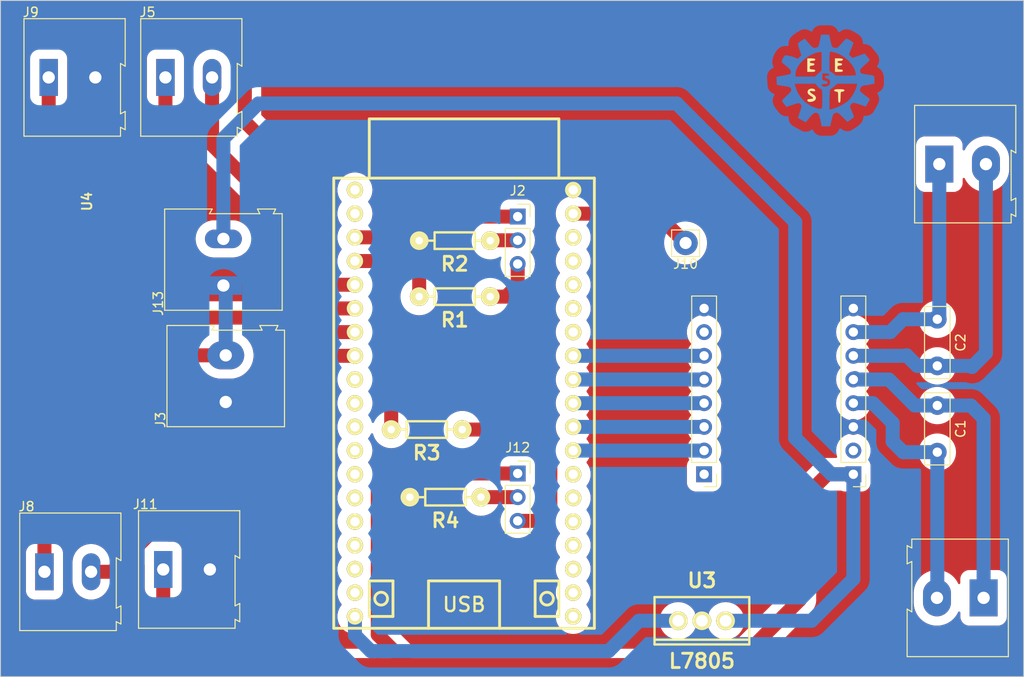
<source format=kicad_pcb>
(kicad_pcb (version 20240108) (generator "pcbnew") (generator_version "8.0")
  (layers (0 "F.Cu" signal) (31 "B.Cu" signal) (34 "B.Paste" user) (35 "F.Paste" user) (36 "B.SilkS" user "B.Silkscreen") (37 "F.SilkS" user "F.Silkscreen") (38 "B.Mask" user) (39 "F.Mask" user) (44 "Edge.Cuts" user))
  (net 0 "")
  (net 1 "GND")
  (net 2 "/5v")
  (net 3 "/MO1")
  (net 4 "/MO2")
  (net 5 "/MO3")
  (net 8 "/MO4")
  (net 23 "/MA1")
  (net 29 "/Vcc")
  (net 30 "/Servo")
  (net 31 "/MA2")
  (net 32 "/STBY")
  (net 33 "/MB1")
  (net 34 "/MB2")
  (net 40 "/OUT UL")
  (net 41 "/IN UL")
  (net 42 "/swich est")
  (net 43 "/IN inf")
  (net 44 "Net-(J2-Pin_3)")
  (net 45 "Net-(J2-Pin_2)")
  (net 46 "Net-(J12-Pin_3)")
  (net 47 "Net-(J12-Pin_2)")
  (net 48 "/OUT UL 2")
  (net 49 "/IN UL 2")
  (net 50 "/IN inf 2")
  (footprint "EESTN5:RES0.3" (layer "F.Cu") (at 148.065 79.63 180)
    (property "Reference" "R2" (at 0 -2.5 0) (layer "F.SilkS") (effects (font (size 1.5 1.5) (thickness 0.3))))
    (property "Value" "R" (hide yes))
    (pad "1" thru_hole circle (at -3.81 0 180) (size 1.99898 1.99898) (drill 0.8001) (layers "*.Cu" "*.Mask" "F.SilkS") (net 45 "Net-(J2-Pin_2)"))
    (pad "2" thru_hole circle (at 3.81 0 180) (size 1.99898 1.99898) (drill 0.8001) (layers "*.Cu" "*.Mask" "F.SilkS") (net 1 "GND"))
  )
  (footprint "TerminalBlock:TerminalBlock_Altech_AK300-2_P5.00mm" (layer "F.Cu") (at 104.535 62.13)
    (property "Reference" "J9" (at -1.92 -6.99 0) (layer "F.SilkS"))
    (property "Value" "BateriadeNotebook")
    (pad "1" thru_hole rect (at 0 0) (size 1.98 3.96) (drill 1.32) (layers "*.Cu" "*.Mask") (net 29 "/Vcc"))
    (pad "2" thru_hole oval (at 5 0) (size 1.98 3.96) (drill 1.32) (layers "*.Cu" "*.Mask") (net 1 "GND"))
  )
  (footprint "EESTN5:ESP32_DEVKITC" (layer "F.Cu") (at 149.065 97.055 -90)
    (property "Reference" "U4" (at -21.623 40.4215 90) (layer "F.SilkS") (effects (font (size 1.016 1.016) (thickness 0.2032))))
    (property "Value" "ESP32_DEVKITC" (hide yes))
    (fp_text user "USB" (at 21.59 0 0) (layer "F.SilkS") (effects (font (size 1.524 1.524) (thickness 0.254))))
    (pad "1" thru_hole circle (at -22.86 11.7 270) (size 1.75 1.75) (drill 1) (layers "*.Cu" "*.Mask" "F.SilkS"))
    (pad "2" thru_hole circle (at -20.32 11.7 270) (size 1.75 1.75) (drill 1) (layers "*.Cu" "*.Mask" "F.SilkS"))
    (pad "3" thru_hole circle (at -17.78 11.7 270) (size 1.75 1.75) (drill 1) (layers "*.Cu" "*.Mask" "F.SilkS") (net 43 "/IN inf"))
    (pad "4" thru_hole circle (at -15.24 11.7 270) (size 1.75 1.75) (drill 1) (layers "*.Cu" "*.Mask" "F.SilkS") (net 50 "/IN inf 2"))
    (pad "5" thru_hole circle (at -12.7 11.7 270) (size 1.75 1.75) (drill 1) (layers "*.Cu" "*.Mask" "F.SilkS") (net 41 "/IN UL"))
    (pad "6" thru_hole circle (at -10.16 11.7 270) (size 1.75 1.75) (drill 1) (layers "*.Cu" "*.Mask" "F.SilkS") (net 49 "/IN UL 2"))
    (pad "7" thru_hole circle (at -7.62 11.7 270) (size 1.75 1.75) (drill 1) (layers "*.Cu" "*.Mask" "F.SilkS") (net 40 "/OUT UL"))
    (pad "8" thru_hole circle (at -5.08 11.7 270) (size 1.75 1.75) (drill 1) (layers "*.Cu" "*.Mask" "F.SilkS") (net 48 "/OUT UL 2"))
    (pad "9" thru_hole circle (at -2.54 11.7 270) (size 1.75 1.75) (drill 1) (layers "*.Cu" "*.Mask" "F.SilkS"))
    (pad "10" thru_hole circle (at 0 11.7 270) (size 1.75 1.75) (drill 1) (layers "*.Cu" "*.Mask" "F.SilkS"))
    (pad "11" thru_hole circle (at 2.54 11.7 270) (size 1.75 1.75) (drill 1) (layers "*.Cu" "*.Mask" "F.SilkS"))
    (pad "12" thru_hole circle (at 5.08 11.7 270) (size 1.75 1.75) (drill 1) (layers "*.Cu" "*.Mask" "F.SilkS"))
    (pad "13" thru_hole circle (at 7.62 11.7 270) (size 1.75 1.75) (drill 1) (layers "*.Cu" "*.Mask" "F.SilkS"))
    (pad "14" thru_hole circle (at 10.16 11.7 270) (size 1.75 1.75) (drill 1) (layers "*.Cu" "*.Mask" "F.SilkS"))
    (pad "15" thru_hole circle (at 12.7 11.7 270) (size 1.75 1.75) (drill 1) (layers "*.Cu" "*.Mask" "F.SilkS"))
    (pad "16" thru_hole circle (at 15.24 11.7 270) (size 1.75 1.75) (drill 1) (layers "*.Cu" "*.Mask" "F.SilkS"))
    (pad "17" thru_hole circle (at 17.78 11.7 270) (size 1.75 1.75) (drill 1) (layers "*.Cu" "*.Mask" "F.SilkS"))
    (pad "18" thru_hole circle (at 20.32 11.7 270) (size 1.75 1.75) (drill 1) (layers "*.Cu" "*.Mask" "F.SilkS"))
    (pad "19" thru_hole circle (at 22.86 11.7 270) (size 1.75 1.75) (drill 1) (layers "*.Cu" "*.Mask" "F.SilkS") (net 2 "/5v"))
    (pad "20" thru_hole circle (at 22.86 -11.7 90) (size 1.75 1.75) (drill 1) (layers "*.Cu" "*.Mask" "F.SilkS"))
    (pad "21" thru_hole circle (at 20.32 -11.7 90) (size 1.75 1.75) (drill 1) (layers "*.Cu" "*.Mask" "F.SilkS"))
    (pad "22" thru_hole circle (at 17.78 -11.7 90) (size 1.75 1.75) (drill 1) (layers "*.Cu" "*.Mask" "F.SilkS"))
    (pad "23" thru_hole circle (at 15.24 -11.7 90) (size 1.75 1.75) (drill 1) (layers "*.Cu" "*.Mask" "F.SilkS"))
    (pad "24" thru_hole circle (at 12.7 -11.7 90) (size 1.75 1.75) (drill 1) (layers "*.Cu" "*.Mask" "F.SilkS"))
    (pad "25" thru_hole circle (at 10.16 -11.7 90) (size 1.75 1.75) (drill 1) (layers "*.Cu" "*.Mask" "F.SilkS"))
    (pad "26" thru_hole circle (at 7.62 -11.7 90) (size 1.75 1.75) (drill 1) (layers "*.Cu" "*.Mask" "F.SilkS"))
    (pad "27" thru_hole circle (at 5.08 -11.7 90) (size 1.75 1.75) (drill 1) (layers "*.Cu" "*.Mask" "F.SilkS") (net 31 "/MA2"))
    (pad "28" thru_hole circle (at 2.54 -11.7 90) (size 1.75 1.75) (drill 1) (layers "*.Cu" "*.Mask" "F.SilkS") (net 23 "/MA1"))
    (pad "29" thru_hole circle (at 0 -11.7 90) (size 1.75 1.75) (drill 1) (layers "*.Cu" "*.Mask" "F.SilkS") (net 32 "/STBY"))
    (pad "30" thru_hole circle (at -2.54 -11.7 90) (size 1.75 1.75) (drill 1) (layers "*.Cu" "*.Mask" "F.SilkS") (net 33 "/MB1"))
    (pad "31" thru_hole circle (at -5.08 -11.7 90) (size 1.75 1.75) (drill 1) (layers "*.Cu" "*.Mask" "F.SilkS") (net 34 "/MB2"))
    (pad "32" thru_hole circle (at -7.62 -11.7 90) (size 1.75 1.75) (drill 1) (layers "*.Cu" "*.Mask" "F.SilkS"))
    (pad "33" thru_hole circle (at -10.16 -11.7 90) (size 1.75 1.75) (drill 1) (layers "*.Cu" "*.Mask" "F.SilkS") (net 30 "/Servo"))
    (pad "34" thru_hole circle (at -12.7 -11.7 90) (size 1.75 1.75) (drill 1) (layers "*.Cu" "*.Mask" "F.SilkS"))
    (pad "35" thru_hole circle (at -15.24 -11.7 90) (size 1.75 1.75) (drill 1) (layers "*.Cu" "*.Mask" "F.SilkS"))
    (pad "36" thru_hole circle (at -17.78 -11.7 90) (size 1.75 1.75) (drill 1) (layers "*.Cu" "*.Mask" "F.SilkS"))
    (pad "37" thru_hole circle (at -20.32 -11.7 90) (size 1.75 1.75) (drill 1) (layers "*.Cu" "*.Mask" "F.SilkS") (net 42 "/swich est"))
    (pad "38" thru_hole circle (at -22.86 -11.7 90) (size 1.75 1.75) (drill 1) (layers "*.Cu" "*.Mask" "F.SilkS") (net 1 "GND"))
  )
  (footprint "TerminalBlock:TerminalBlock_Altech_AK300-2_P5.00mm" (layer "F.Cu") (at 104.08 115.13)
    (property "Reference" "J8" (at -1.92 -6.99 0) (layer "F.SilkS"))
    (property "Value" "BateriadeNotebook")
    (pad "1" thru_hole rect (at 0 0) (size 1.98 3.96) (drill 1.32) (layers "*.Cu" "*.Mask") (net 41 "/IN UL"))
    (pad "2" thru_hole oval (at 5 0) (size 1.98 3.96) (drill 1.32) (layers "*.Cu" "*.Mask") (net 48 "/OUT UL 2"))
  )
  (footprint "EESTN5:TO-220" (layer "F.Cu") (at 174.565 120.38 180)
    (property "Reference" "U3" (at 0 4.318 0) (layer "F.SilkS") (effects (font (size 1.524 1.524) (thickness 0.3048))))
    (property "Value" "L7805" (at 0 -4.318 0) (layer "F.SilkS") (effects (font (size 1.524 1.524) (thickness 0.3048))))
    (pad "1" thru_hole circle (at -2.54 0 180) (size 2 2) (drill 1.24968) (layers "*.Cu" "*.Mask" "F.SilkS") (net 29 "/Vcc"))
    (pad "2" thru_hole circle (at 0 0 180) (size 2 2) (drill 1.24968) (layers "*.Cu" "*.Mask" "F.SilkS") (net 1 "GND"))
    (pad "3" thru_hole circle (at 2.54 0 180) (size 2 2) (drill 1.24968) (layers "*.Cu" "*.Mask" "F.SilkS") (net 2 "/5v"))
  )
  (footprint "TerminalBlock:TerminalBlock_Altech_AK300-2_P5.00mm" (layer "F.Cu") (at 116.815 114.88)
    (property "Reference" "J11" (at -1.92 -6.99 0) (layer "F.SilkS"))
    (property "Value" "BateriadeNotebook")
    (pad "1" thru_hole rect (at 0 0) (size 1.98 3.96) (drill 1.32) (layers "*.Cu" "*.Mask") (net 29 "/Vcc"))
    (pad "2" thru_hole oval (at 5 0) (size 1.98 3.96) (drill 1.32) (layers "*.Cu" "*.Mask") (net 1 "GND"))
  )
  (footprint "Connector_PinSocket_2.54mm:PinSocket_1x03_P2.54mm_Vertical" (layer "F.Cu") (at 154.815 77.05)
    (property "Reference" "J2" (at 0 -2.77 0) (layer "F.SilkS"))
    (property "Value" "Screw_Terminal_01x03")
    (pad "1" thru_hole rect (at 0 0) (size 1.7 1.7) (drill 1) (layers "*.Cu" "*.Mask") (net 29 "/Vcc"))
    (pad "2" thru_hole oval (at 0 2.54) (size 1.7 1.7) (drill 1) (layers "*.Cu" "*.Mask") (net 45 "Net-(J2-Pin_2)"))
    (pad "3" thru_hole oval (at 0 5.08) (size 1.7 1.7) (drill 1) (layers "*.Cu" "*.Mask") (net 44 "Net-(J2-Pin_3)"))
  )
  (footprint "TerminalBlock:TerminalBlock_Altech_AK300-2_P5.00mm" (layer "F.Cu") (at 204.765 117.925 180)
    (property "Reference" "J4" (hide yes))
    (property "Value" "Motor2")
    (pad "1" thru_hole rect (at 0 0 180) (size 3 3.96) (drill 1.32) (layers "*.Cu" "*.Mask") (net 4 "/MO2"))
    (pad "2" thru_hole oval (at 5 0 180) (size 3 3.96) (drill 1.32) (layers "*.Cu" "*.Mask") (net 3 "/MO1"))
  )
  (footprint "EESTN5:RES0.3" (layer "F.Cu") (at 145.065 99.88 180)
    (property "Reference" "R3" (at 0 -2.5 0) (layer "F.SilkS") (effects (font (size 1.5 1.5) (thickness 0.3))))
    (property "Value" "R" (hide yes))
    (pad "1" thru_hole circle (at -3.81 0 180) (size 1.99898 1.99898) (drill 0.8001) (layers "*.Cu" "*.Mask" "F.SilkS") (net 46 "Net-(J12-Pin_3)"))
    (pad "2" thru_hole circle (at 3.81 0 180) (size 1.99898 1.99898) (drill 0.8001) (layers "*.Cu" "*.Mask" "F.SilkS") (net 50 "/IN inf 2"))
  )
  (footprint "EESTN5:RES0.3" (layer "F.Cu") (at 147.065 107.13 180)
    (property "Reference" "R4" (at 0 -2.5 0) (layer "F.SilkS") (effects (font (size 1.5 1.5) (thickness 0.3))))
    (property "Value" "R" (hide yes))
    (pad "1" thru_hole circle (at -3.81 0 180) (size 1.99898 1.99898) (drill 0.8001) (layers "*.Cu" "*.Mask" "F.SilkS") (net 47 "Net-(J12-Pin_2)"))
    (pad "2" thru_hole circle (at 3.81 0 180) (size 1.99898 1.99898) (drill 0.8001) (layers "*.Cu" "*.Mask" "F.SilkS") (net 1 "GND"))
  )
  (footprint "Connector_Pin:Pin_D1.3mm_L11.3mm_W2.8mm_Flat" (layer "F.Cu") (at 172.815 79.88)
    (property "Reference" "J10" (at 0 2.25 0) (layer "F.SilkS"))
    (property "Value" "Screw_Terminal_01x01")
    (pad "1" thru_hole circle (at 0 0) (size 2.6 2.6) (drill 1.3) (layers "*.Cu" "*.Mask") (net 42 "/swich est"))
  )
  (footprint "EESTN5:LOGO_EESTN5" (layer "F.Cu") (at 187.815 62.38)
    (property "Reference" "G***" (hide yes))
    (property "Value" "LOGO" (hide yes))
    (fp_poly (pts (xy 0.539361 -4.151857) (xy 0.613933 -3.818777) (xy 0.675789 -3.615221) (xy 0.746422 -3.504868) (xy 0.847324 -3.4514) (xy 0.970023 -3.424098) (xy 1.145299 -3.406255) (xy 1.284159 -3.449773) (xy 1.439308 -3.581438) (xy 1.580409 -3.734317) (xy 1.859395 -4.043435) (xy 2.049383 -4.243541) (xy 2.171009 -4.354672) (xy 2.244906 -4.39687) (xy 2.264833 -4.398995) (xy 2.375118 -4.357122) (xy 2.561062 -4.260084) (xy 2.76462 -4.141534) (xy 2.927749 -4.035128) (xy 2.992105 -3.977308) (xy 2.969059 -3.88328) (xy 2.895782 -3.673804) (xy 2.786828 -3.389883) (xy 2.757835 -3.317324) (xy 2.510004 -2.7017) (xy 2.695716 -2.515988) (xy 2.881428 -2.330275) (xy 3.536214 -2.56659) (xy 4.191 -2.802904) (xy 4.464907 -2.480952) (xy 4.622881 -2.286636) (xy 4.722472 -2.147555) (xy 4.740073 -2.110536) (xy 4.681507 -2.036295) (xy 4.524234 -1.880191) (xy 4.297747 -1.670992) (xy 4.201938 -1.585565) (xy 3.931215 -1.336576) (xy 3.772658 -1.159728) (xy 3.703898 -1.024329) (xy 3.702463 -0.900236) (xy 3.741727 -0.780219) (xy 3.827105 -0.697209) (xy 3.992135 -0.636975) (xy 4.270355 -0.585291) (xy 4.529666 -0.549293) (xy 4.876918 -0.5005) (xy 5.089422 -0.448985) (xy 5.200267 -0.369555) (xy 5.242541 -0.237014) (xy 5.249331 -0.026169) (xy 5.249333 -0.001311) (xy 5.249333 0.409301) (xy 4.821832 0.500984) (xy 4.531353 0.554948) (xy 4.279094 0.587898) (xy 4.19288 0.592666) (xy 3.992397 0.644554) (xy 3.814439 0.767657) (xy 3.726608 0.913137) (xy 3.725333 0.930456) (xy 3.697673 1.068866) (xy 3.680821 1.118146) (xy 3.724177 1.230398) (xy 3.900954 1.411134) (xy 4.188821 1.639824) (xy 4.444975 1.832685) (xy 4.638057 1.987161) (xy 4.73557 2.07694) (xy 4.741333 2.087176) (xy 4.702094 2.178074) (xy 4.601932 2.364055) (xy 4.526645 2.495183) (xy 4.311957 2.86152) (xy 3.641576 2.641747) (xy 3.311848 2.536019) (xy 3.101924 2.481175) (xy 2.97109 2.474177) (xy 2.878633 2.511984) (xy 2.79793 2.578776) (xy 2.684497 2.698445) (xy 2.638803 2.820406) (xy 2.662788 2.987252) (xy 2.758396 3.241572) (xy 2.836333 3.420879) (xy 2.947904 3.683896) (xy 3.024596 3.885222) (xy 3.048 3.970496) (xy 2.983236 4.054415) (xy 2.818165 4.189294) (xy 2.698733 4.272631) (xy 2.349467 4.503764) (xy 1.826995 3.985935) (xy 1.571156 3.73725) (xy 1.398047 3.590519) (xy 1.272476 3.52617) (xy 1.159252 3.52463) (xy 1.053372 3.555658) (xy 0.924955 3.613874) (xy 0.835005 3.706389) (xy 0.763325 3.871463) (xy 0.68972 4.147351) (xy 0.650268 4.319271) (xy 0.498314 4.995333) (xy -0.411328 4.995333) (xy -0.50736 4.5085) (xy -0.591258 4.108407) (xy -0.664258 3.843771) (xy -0.741455 3.682721) (xy -0.837942 3.593386) (xy -0.963523 3.545299) (xy -1.108962 3.537071) (xy -1.264686 3.602976) (xy -1.452317 3.760547) (xy -1.693481 4.027318) (xy -1.951466 4.346356) (xy -2.118691 4.558948) (xy -2.519846 4.339498) (xy -2.745917 4.215493) (xy -2.900447 4.1301) (xy -2.941364 4.106938) (xy -2.925799 4.026779) (xy -2.866548 3.824897) (xy -2.775095 3.53966) (xy -2.740404 3.435559) (xy -2.633263 3.110289) (xy -2.577935 2.904831) (xy -2.571464 2.778763) (xy -2.610892 2.691668) (xy -2.68044 2.615931) (xy -2.765973 2.539397) (xy -2.855413 2.505628) (xy -2.988705 2.517687) (xy -3.205794 2.57864) (xy -3.511289 2.679668) (xy -4.18078 2.904765) (xy -4.418724 2.619747) (xy -4.56483 2.426284) (xy -4.649125 2.278965) (xy -4.657262 2.246864) (xy -4.598523 2.152957) (xy -4.441822 1.980728) (xy -4.217331 1.762566) (xy -4.14164 1.693333) (xy -3.88432 1.453275) (xy -3.735721 1.286469) (xy -3.673316 1.159174) (xy -3.674582 1.037644) (xy -3.682045 1.004845) (xy -3.721971 0.895506) (xy -3.798529 0.820057) (xy -3.946993 0.763383) (xy -4.202638 0.710367) (xy -4.472833 0.665981) (xy -5.207 0.549938) (xy -5.214403 0.423333) (xy -3.305227 0.423333) (xy -3.2502 0.656166) (xy -3.013172 1.323016) (xy -2.644907 1.918903) (xy -2.167421 2.419522) (xy -1.602732 2.800566) (xy -1.132503 2.994096) (xy -0.81516 3.090169) (xy -0.596032 3.135588) (xy -0.456965 3.109318) (xy -0.379808 2.990329) (xy -0.346406 2.757586) (xy -0.338606 2.390057) (xy -0.33866 2.107666) (xy 0.423333 2.107666) (xy 0.423333 3.199333) (xy 0.767873 3.12192) (xy 1.031754 3.040452) (xy 1.361932 2.908805) (xy 1.617045 2.78977) (xy 1.944252 2.603669) (xy 2.26312 2.388654) (xy 2.445214 2.242736) (xy 2.707016 1.94742) (xy 2.967115 1.557063) (xy 3.187016 1.137956) (xy 3.328224 0.756388) (xy 3.341958 0.6985) (xy 3.400121 0.423333) (xy 1.24819 0.423333) (xy 0.920184 0.719666) (xy 0.718894 0.887939) (xy 0.561573 0.995307) (xy 0.507756 1.016) (xy 0.4717 1.097552) (xy 0.444693 1.330094) (xy 0.428139 1.695457) (xy 0.423333 2.107666) (xy -0.33866 2.107666) (xy -0.338667 2.074333) (xy -0.342196 1.620223) (xy -0.354565 1.311408) (xy -0.378446 1.123962) (xy -0.416512 1.033957) (xy -0.456896 1.016) (xy -0.579897 0.956565) (xy -0.754009 0.80635) (xy -0.83531 0.719666) (xy -0.980075 0.554787) (xy -0.423334 0.554787) (xy -0.353129 0.684246) (xy -0.177325 0.747288) (xy 0.051862 0.738881) (xy 0.282214 0.653993) (xy 0.324585 0.626866) (xy 0.468277 0.465976) (xy 0.492508 0.234594) (xy 0.491591 0.224699) (xy 0.440212 0.024699) (xy 0.300828 -0.085076) (xy 0.1905 -0.123343) (xy -0.015317 -0.218891) (xy -0.079307 -0.321746) (xy 0.000782 -0.399964) (xy 0.169333 -0.423334) (xy 0.370985 -0.461198) (xy 0.423333 -0.550334) (xy 0.373471 -0.634041) (xy 0.20393 -0.67217) (xy 0.042333 -0.677334) (xy -0.338667 -0.677334) (xy -0.338667 -0.301698) (xy -0.330542 -0.06856) (xy -0.28347 0.045072) (xy -0.163409 0.088954) (xy -0.0635 0.100468) (xy 0.135797 0.14694) (xy 0.208528 0.252149) (xy 0.211666 0.296333) (xy 0.183034 0.408533) (xy 0.066884 0.453168) (xy -0.105834 0.456009) (xy -0.339492 0.475785) (xy -0.423249 0.551435) (xy -0.423334 0.554787) (xy -0.980075 0.554787) (xy -1.095494 0.423333) (xy -3.305227 0.423333) (xy -5.214403 0.423333) (xy -5.232027 0.121935) (xy -5.257053 -0.306067) (xy -4.681693 -0.415636) (xy -4.276338 -0.493947) (xy -4.007454 -0.552764) (xy -3.845146 -0.604172) (xy -3.793785 -0.637815) (xy -3.217334 -0.637815) (xy -3.217334 -0.338667) (xy -1.128843 -0.338667) (xy -0.776088 -0.664328) (xy -0.423334 -0.989989) (xy -0.423334 -2.002278) (xy 0.423333 -2.002278) (xy 0.423333 -0.945145) (xy 0.719666 -0.762) (xy 0.9052 -0.62955) (xy 1.008424 -0.521323) (xy 1.016 -0.498638) (xy 1.096786 -0.467835) (xy 1.32412 -0.447345) (xy 1.675466 -0.438302) (xy 2.128287 -0.441844) (xy 2.137833 -0.442043) (xy 3.259666 -0.465667) (xy 3.233221 -0.711733) (xy 3.112748 -1.138874) (xy 2.859857 -1.580812) (xy 2.505286 -2.007024) (xy 2.079775 -2.386987) (xy 1.614062 -2.690181) (xy 1.138885 -2.886082) (xy 1.012633 -2.916685) (xy 0.768622 -2.969346) (xy 0.57827 -3.015809) (xy 0.5715 -3.017694) (xy 0.509886 -3.021774) (xy 0.468111 -2.975683) (xy 0.44238 -2.85341) (xy 0.428899 -2.628949) (xy 0.423871 -2.276289) (xy 0.423333 -2.002278) (xy -0.423334 -2.002278) (xy -0.423334 -2.963334) (xy -0.631824 -2.963334) (xy -0.962471 -2.908346) (xy -1.366107 -2.758565) (xy -1.793853 -2.536766) (xy -2.196832 -2.265724) (xy -2.291533 -2.189985) (xy -2.698486 -1.787206) (xy -3.000483 -1.354628) (xy -3.177849 -0.925242) (xy -3.217334 -0.637815) (xy -3.793785 -0.637815) (xy -3.759524 -0.660256) (xy -3.720693 -0.733098) (xy -3.703308 -0.811154) (xy -3.706848 -0.941961) (xy -3.786238 -1.081332) (xy -3.965688 -1.262632) (xy -4.139283 -1.411952) (xy -4.381611 -1.614247) (xy -4.575097 -1.775937) (xy -4.680862 -1.864533) (xy -4.684694 -1.867764) (xy -4.691098 -1.970977) (xy -4.627829 -2.16599) (xy -4.572893 -2.284251) (xy -4.452042 -2.500176) (xy -4.344728 -2.598304) (xy -4.194602 -2.615078) (xy -4.0792 -2.60354) (xy -3.806817 -2.547874) (xy -3.48659 -2.452027) (xy -3.365098 -2.407471) (xy -2.962528 -2.249177) (xy -2.586454 -2.625251) (xy -2.785005 -3.208458) (xy -2.878316 -3.507216) (xy -2.938197 -3.748097) (xy -2.952785 -3.882679) (xy -2.951494 -3.887854) (xy -2.864556 -3.985317) (xy -2.680796 -4.122545) (xy -2.571491 -4.19153) (xy -2.223552 -4.399015) (xy -1.776316 -3.884817) (xy -1.546227 -3.628086) (xy -1.386242 -3.479477) (xy -1.260197 -3.415278) (xy -1.131928 -3.411774) (xy -1.070915 -3.422251) (xy -0.908518 -3.463784) (xy -0.799582 -3.533441) (xy -0.723458 -3.666416) (xy -0.659498 -3.897905) (xy -0.591529 -4.239364) (xy -0.480839 -4.826) (xy 0.394495 -4.826) (xy 0.539361 -4.151857)) (stroke (width 0.01)) (fill solid) (layer "B.Cu"))
  )
  (footprint "TerminalBlock:TerminalBlock_Altech_AK300-2_P5.00mm" (layer "F.Cu") (at 123.515 96.925 90)
    (property "Reference" "J3" (at -1.92 -6.99 90) (layer "F.SilkS"))
    (property "Value" "BateriadeNotebook" (hide yes))
    (pad "1" thru_hole rect (at 0 0 90) (size 3 3.96) (drill 1.32) (layers "*.Cu" "*.Mask") (net 1 "GND"))
    (pad "2" thru_hole oval (at 5 0 90) (size 3 3.96) (drill 1.32) (layers "*.Cu" "*.Mask") (net 29 "/Vcc"))
  )
  (footprint "Capacitor_THT:C_Disc_D7.5mm_W2.5mm_P5.00mm" (layer "F.Cu") (at 199.8 97.305 -90)
    (property "Reference" "C1" (at 2.5 -2.5 90) (layer "F.SilkS"))
    (property "Value" "C")
    (pad "1" thru_hole circle (at 0 0 270) (size 2 2) (drill 1) (layers "*.Cu" "*.Mask") (net 4 "/MO2"))
    (pad "2" thru_hole circle (at 5 0 270) (size 2 2) (drill 1) (layers "*.Cu" "*.Mask") (net 3 "/MO1"))
  )
  (footprint "TerminalBlock:TerminalBlock_Altech_AK300-2_P5.00mm" (layer "F.Cu") (at 200.015 71.425)
    (property "Reference" "J1" (hide yes))
    (property "Value" "Motor1")
    (pad "1" thru_hole rect (at 0 0) (size 3 3.96) (drill 1.32) (layers "*.Cu" "*.Mask") (net 8 "/MO4"))
    (pad "2" thru_hole oval (at 5 0) (size 3 3.96) (drill 1.32) (layers "*.Cu" "*.Mask") (net 5 "/MO3"))
  )
  (footprint "Connector_PinSocket_2.54mm:PinSocket_1x03_P2.54mm_Vertical" (layer "F.Cu") (at 154.815 104.59)
    (property "Reference" "J12" (at 0 -2.77 0) (layer "F.SilkS"))
    (property "Value" "Screw_Terminal_01x03")
    (pad "1" thru_hole rect (at 0 0) (size 1.7 1.7) (drill 1) (layers "*.Cu" "*.Mask") (net 29 "/Vcc"))
    (pad "2" thru_hole oval (at 0 2.54) (size 1.7 1.7) (drill 1) (layers "*.Cu" "*.Mask") (net 47 "Net-(J12-Pin_2)"))
    (pad "3" thru_hole oval (at 0 5.08) (size 1.7 1.7) (drill 1) (layers "*.Cu" "*.Mask") (net 46 "Net-(J12-Pin_3)"))
  )
  (footprint "Connector_PinHeader_2.54mm:PinHeader_1x08_P2.54mm_Vertical" (layer "F.Cu") (at 174.8 104.675 180)
    (property "Reference" "J7" (hide yes))
    (property "Value" "DRV883_I")
    (pad "1" thru_hole rect (at 0 0 180) (size 1.7 1.7) (drill 1) (layers "*.Cu" "*.Mask"))
    (pad "2" thru_hole oval (at 0 2.54 180) (size 1.7 1.7) (drill 1) (layers "*.Cu" "*.Mask") (net 31 "/MA2"))
    (pad "3" thru_hole oval (at 0 5.08 180) (size 1.7 1.7) (drill 1) (layers "*.Cu" "*.Mask") (net 23 "/MA1"))
    (pad "4" thru_hole oval (at 0 7.62 180) (size 1.7 1.7) (drill 1) (layers "*.Cu" "*.Mask") (net 32 "/STBY"))
    (pad "5" thru_hole oval (at 0 10.16 180) (size 1.7 1.7) (drill 1) (layers "*.Cu" "*.Mask") (net 33 "/MB1"))
    (pad "6" thru_hole oval (at 0 12.7 180) (size 1.7 1.7) (drill 1) (layers "*.Cu" "*.Mask") (net 34 "/MB2"))
    (pad "7" thru_hole oval (at 0 15.24 180) (size 1.7 1.7) (drill 1) (layers "*.Cu" "*.Mask"))
    (pad "8" thru_hole oval (at 0 17.78 180) (size 1.7 1.7) (drill 1) (layers "*.Cu" "*.Mask") (net 1 "GND"))
  )
  (footprint "Capacitor_THT:C_Disc_D7.5mm_W2.5mm_P5.00mm" (layer "F.Cu") (at 199.8 88.055 -90)
    (property "Reference" "C2" (at 2.5 -2.5 90) (layer "F.SilkS"))
    (property "Value" "C")
    (pad "1" thru_hole circle (at 0 0 270) (size 2 2) (drill 1) (layers "*.Cu" "*.Mask") (net 8 "/MO4"))
    (pad "2" thru_hole circle (at 5 0 270) (size 2 2) (drill 1) (layers "*.Cu" "*.Mask") (net 5 "/MO3"))
  )
  (footprint "TerminalBlock:TerminalBlock_Altech_AK300-2_P5.00mm" (layer "F.Cu") (at 117.05 62.13)
    (property "Reference" "J5" (at -1.92 -6.99 0) (layer "F.SilkS"))
    (property "Value" "BateriadeNotebook")
    (pad "1" thru_hole rect (at 0 0) (size 1.98 3.96) (drill 1.32) (layers "*.Cu" "*.Mask") (net 40 "/OUT UL"))
    (pad "2" thru_hole oval (at 5 0) (size 1.98 3.96) (drill 1.32) (layers "*.Cu" "*.Mask") (net 49 "/IN UL 2"))
  )
  (footprint "Connector_PinHeader_2.54mm:PinHeader_1x08_P2.54mm_Vertical" (layer "F.Cu") (at 190.8 104.675 180)
    (property "Reference" "J6" (hide yes))
    (property "Value" "DRV8833_O")
    (pad "1" thru_hole rect (at 0 0 180) (size 1.7 1.7) (drill 1) (layers "*.Cu" "*.Mask") (net 29 "/Vcc"))
    (pad "2" thru_hole oval (at 0 2.54 180) (size 1.7 1.7) (drill 1) (layers "*.Cu" "*.Mask"))
    (pad "3" thru_hole oval (at 0 5.08 180) (size 1.7 1.7) (drill 1) (layers "*.Cu" "*.Mask") (net 1 "GND"))
    (pad "4" thru_hole oval (at 0 7.62 180) (size 1.7 1.7) (drill 1) (layers "*.Cu" "*.Mask") (net 3 "/MO1"))
    (pad "5" thru_hole oval (at 0 10.16 180) (size 1.7 1.7) (drill 1) (layers "*.Cu" "*.Mask") (net 4 "/MO2"))
    (pad "6" thru_hole oval (at 0 12.7 180) (size 1.7 1.7) (drill 1) (layers "*.Cu" "*.Mask") (net 5 "/MO3"))
    (pad "7" thru_hole oval (at 0 15.24 180) (size 1.7 1.7) (drill 1) (layers "*.Cu" "*.Mask") (net 8 "/MO4"))
    (pad "8" thru_hole oval (at 0 17.78 180) (size 1.7 1.7) (drill 1) (layers "*.Cu" "*.Mask") (net 1 "GND"))
  )
  (footprint "EESTN5:RES0.3" (layer "F.Cu") (at 148.065 85.63 180)
    (property "Reference" "R1" (at 0 -2.5 0) (layer "F.SilkS") (effects (font (size 1.5 1.5) (thickness 0.3))))
    (property "Value" "R" (hide yes))
    (pad "1" thru_hole circle (at -3.81 0 180) (size 1.99898 1.99898) (drill 0.8001) (layers "*.Cu" "*.Mask" "F.SilkS") (net 44 "Net-(J2-Pin_3)"))
    (pad "2" thru_hole circle (at 3.81 0 180) (size 1.99898 1.99898) (drill 0.8001) (layers "*.Cu" "*.Mask" "F.SilkS") (net 43 "/IN inf"))
  )
  (footprint "TerminalBlock:TerminalBlock_Altech_AK300-2_P5.00mm" (layer "F.Cu") (at 123.265 84.44 90)
    (property "Reference" "J13" (at -1.92 -6.99 90) (layer "F.SilkS"))
    (property "Value" "Motor2")
    (pad "1" thru_hole rect (at 0 0 90) (size 1.98 3.96) (drill 1.32) (layers "*.Cu" "*.Mask") (net 1 "GND"))
    (pad "2" thru_hole oval (at 5 0 90) (size 1.98 3.96) (drill 1.32) (layers "*.Cu" "*.Mask") (net 29 "/Vcc"))
  )
  (gr_rect (start 99.365 53.88) (end 209.065 126.38) (stroke (width 0.1)) (fill none) (layer "Edge.Cuts"))
  (segment (start 146.88 74.195) (end 160.765 74.195) (width 1.5) (layer "F.Cu") (net 1))
  (segment (start 144.255 79.63) (end 144.255 76.69) (width 1.5) (layer "F.Cu") (net 1))
  (segment (start 144.255 76.69) (end 146.815 74.13) (width 1.5) (layer "F.Cu") (net 1))
  (segment (start 146.815 74.13) (end 146.88 74.195) (width 1.5) (layer "F.Cu") (net 1))
  (segment (start 179.315 90.207919) (end 179.315 109.13) (width 1.5) (layer "B.Cu") (net 1))
  (segment (start 179.315 109.13) (end 174.565 113.88) (width 1.5) (layer "B.Cu") (net 1))
  (segment (start 174.565 113.88) (end 174.565 120.38) (width 1.5) (layer "B.Cu") (net 1))
  (segment (start 176.002081 86.895) (end 179.315 90.207919) (width 1.5) (layer "B.Cu") (net 1))
  (segment (start 174.975 86.72) (end 174.8 86.895) (width 1.5) (layer "B.Cu") (net 1))
  (segment (start 174.8 86.895) (end 176.002081 86.895) (width 1.5) (layer "B.Cu") (net 1))
  (segment (start 139.065 123.63) (end 164.565 123.63) (width 1.5) (layer "B.Cu") (net 2))
  (segment (start 167.815 120.38) (end 172.025 120.38) (width 1.5) (layer "B.Cu") (net 2))
  (segment (start 137.365 119.915) (end 137.365 121.93) (width 1.5) (layer "B.Cu") (net 2))
  (segment (start 137.365 121.93) (end 139.065 123.63) (width 1.5) (layer "B.Cu") (net 2))
  (segment (start 164.565 123.63) (end 167.815 120.38) (width 1.5) (layer "B.Cu") (net 2))
  (segment (start 196.145 102.305) (end 195.015 101.175) (width 1.5) (layer "B.Cu") (net 3))
  (segment (start 195.015 101.175) (end 195.015 99.175) (width 1.5) (layer "B.Cu") (net 3))
  (segment (start 199.8 117.89) (end 199.765 117.925) (width 1.5) (layer "B.Cu") (net 3))
  (segment (start 195.015 99.175) (end 192.895 97.055) (width 1.5) (layer "B.Cu") (net 3))
  (segment (start 199.8 102.305) (end 199.8 117.89) (width 1.5) (layer "B.Cu") (net 3))
  (segment (start 199.8 102.305) (end 196.145 102.305) (width 1.5) (layer "B.Cu") (net 3))
  (segment (start 192.895 97.055) (end 190.8 97.055) (width 1.5) (layer "B.Cu") (net 3))
  (segment (start 194.605 94.515) (end 190.8 94.515) (width 1.5) (layer "B.Cu") (net 4))
  (segment (start 204.765 117.925) (end 204.765 98.675) (width 1.5) (layer "B.Cu") (net 4))
  (segment (start 203.395 97.305) (end 199.8 97.305) (width 1.5) (layer "B.Cu") (net 4))
  (segment (start 204.765 98.675) (end 203.395 97.305) (width 1.5) (layer "B.Cu") (net 4))
  (segment (start 199.8 97.305) (end 197.395 97.305) (width 1.5) (layer "B.Cu") (net 4))
  (segment (start 197.395 97.305) (end 194.605 94.515) (width 1.5) (layer "B.Cu") (net 4))
  (segment (start 190.96 94.355) (end 190.8 94.515) (width 1.5) (layer "B.Cu") (net 4))
  (segment (start 196.515 91.925) (end 196.465 91.975) (width 1.5) (layer "B.Cu") (net 5))
  (segment (start 205.015 91.675) (end 203.515 93.175) (width 1.5) (layer "B.Cu") (net 5))
  (segment (start 203.395 93.055) (end 199.8 93.055) (width 1.5) (layer "B.Cu") (net 5))
  (segment (start 196.465 91.975) (end 190.8 91.975) (width 1.5) (layer "B.Cu") (net 5))
  (segment (start 205.015 71.425) (end 205.015 91.675) (width 1.5) (layer "B.Cu") (net 5))
  (segment (start 199.8 93.055) (end 197.645 93.055) (width 1.5) (layer "B.Cu") (net 5))
  (segment (start 197.645 93.055) (end 196.515 91.925) (width 1.5) (layer "B.Cu") (net 5))
  (segment (start 203.515 93.175) (end 203.395 93.055) (width 1.5) (layer "B.Cu") (net 5))
  (segment (start 200.015 71.425) (end 200.015 87.84) (width 1.5) (layer "B.Cu") (net 8))
  (segment (start 199.8 88.055) (end 196.135 88.055) (width 1.5) (layer "B.Cu") (net 8))
  (segment (start 200.015 87.84) (end 199.8 88.055) (width 1.5) (layer "B.Cu") (net 8))
  (segment (start 194.755 89.435) (end 190.8 89.435) (width 1.5) (layer "B.Cu") (net 8))
  (segment (start 196.135 88.055) (end 194.755 89.435) (width 1.5) (layer "B.Cu") (net 8))
  (segment (start 174.8 99.595) (end 160.765 99.595) (width 1.5) (layer "B.Cu") (net 23))
  (segment (start 144.065 104.59) (end 143.815 104.59) (width 1.5) (layer "F.Cu") (net 29))
  (segment (start 139.815 105.88) (end 139.815 121.88) (width 1.5) (layer "F.Cu") (net 29))
  (segment (start 143.815 104.59) (end 141.105 104.59) (width 1.5) (layer "F.Cu") (net 29))
  (segment (start 154.815 77.05) (end 149.645 77.05) (width 1.5) (layer "F.Cu") (net 29))
  (segment (start 143.065 125.13) (end 178.065 125.13) (width 1.5) (layer "F.Cu") (net 29))
  (segment (start 145.815 102.59) (end 143.815 104.59) (width 1.5) (layer "F.Cu") (net 29))
  (segment (start 121.565 125.13) (end 139.815 125.13) (width 1.5) (layer "F.Cu") (net 29))
  (segment (start 113.11 91.925) (end 123.515 91.925) (width 1.5) (layer "F.Cu") (net 29))
  (segment (start 149.065 77.63) (end 149.065 91.38) (width 1.5) (layer "F.Cu") (net 29))
  (segment (start 178.065 125.13) (end 185.065 118.13) (width 1.5) (layer "F.Cu") (net 29))
  (segment (start 104.535 62.13) (end 104.535 83.35) (width 1.5) (layer "F.Cu") (net 29))
  (segment (start 145.815 94.63) (end 145.815 102.59) (width 1.5) (layer "F.Cu") (net 29))
  (segment (start 185.065 107.63) (end 188.02 104.675) (width 1.5) (layer "F.Cu") (net 29))
  (segment (start 149.065 91.38) (end 145.815 94.63) (width 1.5) (layer "F.Cu") (net 29))
  (segment (start 139.815 121.88) (end 143.065 125.13) (width 1.5) (layer "F.Cu") (net 29))
  (segment (start 188.02 104.675) (end 190.8 104.675) (width 1.5) (layer "F.Cu") (net 29))
  (segment (start 139.815 125.13) (end 143.065 125.13) (width 1.5) (layer "F.Cu") (net 29))
  (segment (start 149.645 77.05) (end 149.065 77.63) (width 1.5) (layer "F.Cu") (net 29))
  (segment (start 154.815 104.59) (end 144.065 104.59) (width 1.5) (layer "F.Cu") (net 29))
  (segment (start 116.815 114.88) (end 116.815 120.38) (width 1.5) (layer "F.Cu") (net 29))
  (segment (start 141.105 104.59) (end 139.815 105.88) (width 1.5) (layer "F.Cu") (net 29))
  (segment (start 116.815 120.38) (end 121.565 125.13) (width 1.5) (layer "F.Cu") (net 29))
  (segment (start 104.535 83.35) (end 113.11 91.925) (width 1.5) (layer "F.Cu") (net 29))
  (segment (start 185.065 118.13) (end 185.065 107.63) (width 1.5) (layer "F.Cu") (net 29))
  (segment (start 190.8 104.675) (end 190.8 115.895) (width 1.5) (layer "B.Cu") (net 29))
  (segment (start 190.8 115.895) (end 186.315 120.38) (width 1.5) (layer "B.Cu") (net 29))
  (segment (start 127.015 64.925) (end 123.265 68.675) (width 1.5) (layer "B.Cu") (net 29))
  (segment (start 190.8 104.675) (end 188.45 104.675) (width 1.5) (layer "B.Cu") (net 29))
  (segment (start 123.265 68.675) (end 123.265 79.44) (width 1.5) (layer "B.Cu") (net 29))
  (segment (start 184.565 100.79) (end 184.565 77.63) (width 1.5) (layer "B.Cu") (net 29))
  (segment (start 123.515 91.925) (end 123.515 84.69) (width 1.5) (layer "B.Cu") (net 29))
  (segment (start 186.315 120.38) (end 177.105 120.38) (width 1.5) (layer "B.Cu") (net 29))
  (segment (start 123.515 84.69) (end 123.265 84.44) (width 1.5) (layer "B.Cu") (net 29))
  (segment (start 171.86 64.925) (end 127.015 64.925) (width 1.5) (layer "B.Cu") (net 29))
  (segment (start 188.45 104.675) (end 184.565 100.79) (width 1.5) (layer "B.Cu") (net 29))
  (segment (start 184.565 77.63) (end 171.86 64.925) (width 1.5) (layer "B.Cu") (net 29))
  (segment (start 123.515 79.16) (end 123.765 79.41) (width 1.5) (layer "B.Cu") (net 29))
  (segment (start 174.8 102.135) (end 160.765 102.135) (width 1.5) (layer "B.Cu") (net 31))
  (segment (start 174.8 97.055) (end 160.765 97.055) (width 1.5) (layer "B.Cu") (net 32))
  (segment (start 174.8 94.515) (end 160.765 94.515) (width 1.5) (layer "B.Cu") (net 33))
  (segment (start 174.8 91.975) (end 160.765 91.975) (width 1.5) (layer "B.Cu") (net 34))
  (segment (start 117.05 62.13) (end 117.05 84.865) (width 1.5) (layer "F.Cu") (net 40))
  (segment (start 117.05 84.865) (end 120.065 87.88) (width 1.5) (layer "F.Cu") (net 40))
  (segment (start 131.62 89.435) (end 137.365 89.435) (width 1.5) (layer "F.Cu") (net 40))
  (segment (start 120.065 87.88) (end 130.065 87.88) (width 1.5) (layer "F.Cu") (net 40))
  (segment (start 130.065 87.88) (end 131.62 89.435) (width 1.5) (layer "F.Cu") (net 40))
  (segment (start 125.565 58.63) (end 124.315 57.38) (width 1.5) (layer "F.Cu") (net 41))
  (segment (start 125.565 66.88) (end 125.565 58.63) (width 1.5) (layer "F.Cu") (net 41))
  (segment (start 137.365 84.355) (end 135.29 84.355) (width 1.5) (layer "F.Cu") (net 41))
  (segment (start 103.315 57.38) (end 101.065 59.63) (width 1.5) (layer "F.Cu") (net 41))
  (segment (start 101.065 100.63) (end 104.08 103.645) (width 1.5) (layer "F.Cu") (net 41))
  (segment (start 124.315 57.38) (end 103.315 57.38) (width 1.5) (layer "F.Cu") (net 41))
  (segment (start 101.065 59.63) (end 101.065 100.63) (width 1.5) (layer "F.Cu") (net 41))
  (segment (start 135.29 84.355) (end 131.065 80.13) (width 1.5) (layer "F.Cu") (net 41))
  (segment (start 104.08 103.645) (end 104.08 115.13) (width 1.5) (layer "F.Cu") (net 41))
  (segment (start 131.065 80.13) (end 131.065 72.38) (width 1.5) (layer "F.Cu") (net 41))
  (segment (start 131.065 72.38) (end 125.565 66.88) (width 1.5) (layer "F.Cu") (net 41))
  (segment (start 169.67 76.735) (end 160.765 76.735) (width 1.5) (layer "F.Cu") (net 42))
  (segment (start 172.815 79.88) (end 169.67 76.735) (width 1.5) (layer "F.Cu") (net 42))
  (segment (start 140.46 79.275) (end 137.365 79.275) (width 1.5) (layer "F.Cu") (net 43))
  (segment (start 144.255 85.63) (end 144.255 83.07) (width 1.5) (layer "F.Cu") (net 43))
  (segment (start 144.255 83.07) (end 140.46 79.275) (width 1.5) (layer "F.Cu") (net 43))
  (segment (start 153.565 85.63) (end 151.875 85.63) (width 1.5) (layer "F.Cu") (net 44))
  (segment (start 154.815 84.38) (end 153.565 85.63) (width 1.5) (layer "F.Cu") (net 44))
  (segment (start 154.815 82.13) (end 154.815 84.38) (width 1.5) (layer "F.Cu") (net 44))
  (segment (start 151.915 79.59) (end 151.875 79.63) (width 1.5) (layer "F.Cu") (net 45))
  (segment (start 154.815 79.59) (end 151.915 79.59) (width 1.5) (layer "F.Cu") (net 45))
  (segment (start 158.315 103.63) (end 154.565 99.88) (width 1.5) (layer "F.Cu") (net 46))
  (segment (start 154.815 109.67) (end 157.275 109.67) (width 1.5) (layer "F.Cu") (net 46))
  (segment (start 154.565 99.88) (end 148.875 99.88) (width 1.5) (layer "F.Cu") (net 46))
  (segment (start 157.275 109.67) (end 158.315 108.63) (width 1.5) (layer "F.Cu") (net 46))
  (segment (start 158.315 108.63) (end 158.315 103.63) (width 1.5) (layer "F.Cu") (net 46))
  (segment (start 154.815 107.13) (end 150.875 107.13) (width 1.5) (layer "F.Cu") (net 47))
  (segment (start 134.97 91.975) (end 137.365 91.975) (width 1.5) (layer "F.Cu") (net 48))
  (segment (start 123.815 102.63) (end 128.065 102.63) (width 1.5) (layer "F.Cu") (net 48))
  (segment (start 111.315 115.13) (end 123.815 102.63) (width 1.5) (layer "F.Cu") (net 48))
  (segment (start 109.08 115.13) (end 111.315 115.13) (width 1.5) (layer "F.Cu") (net 48))
  (segment (start 133.315 97.38) (end 133.315 93.63) (width 1.5) (layer "F.Cu") (net 48))
  (segment (start 128.065 102.63) (end 133.315 97.38) (width 1.5) (layer "F.Cu") (net 48))
  (segment (start 133.315 93.63) (end 134.97 91.975) (width 1.5) (layer "F.Cu") (net 48))
  (segment (start 133.08 86.895) (end 127.565 81.38) (width 1.5) (layer "F.Cu") (net 49))
  (segment (start 127.565 74.88) (end 122.05 69.365) (width 1.5) (layer "F.Cu") (net 49))
  (segment (start 137.365 86.895) (end 133.08 86.895) (width 1.5) (layer "F.Cu") (net 49))
  (segment (start 122.05 69.365) (end 122.05 62.13) (width 1.5) (layer "F.Cu") (net 49))
  (segment (start 127.565 81.38) (end 127.565 74.88) (width 1.5) (layer "F.Cu") (net 49))
  (segment (start 141.255 99.88) (end 141.255 83.57) (width 1.5) (layer "F.Cu") (net 50))
  (segment (start 141.255 83.57) (end 139.5 81.815) (width 1.5) (layer "F.Cu") (net 50))
  (segment (start 139.5 81.815) (end 137.365 81.815) (width 1.5) (layer "F.Cu") (net 50))
  (zone (net 1) (net_name "GND") (layers "F&B.Cu") (connect_pads yes (clearance 1)) (min_thickness 0.25) (fill yes (thermal_gap 0.5) (thermal_bridge_width 0.5))
    (polygon (pts (xy 209.065 126.38) (xy 209.065 53.88) (xy 99.315 53.88) (xy 99.315 126.38)))
  )
)
</source>
